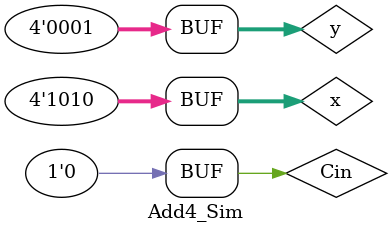
<source format=v>
`timescale 1ns / 1ps
module Add4_Sim(
    );
    reg [3:0] x;
    reg [3:0] y;
    reg Cin;
    wire [3:0] S;
    wire Cout;

    Add4 uut(x[3:0], y[3:0], Cin, S[3:0], Cout);
    initial begin
        Cin = 0;
        x[0] = 0; x[1] = 1; x[2] = 0; x[3] = 1;
        y[0] = 0; y[1] = 0; y[2] = 1; y[3] = 1; #200; // 10 + 12 in array form
        x = 2; y = 3; #200;
        x = 4; y = 7; #200;
        x = 10; y = 6; #200;
        x = 5; y = 9; #200;
        x = 10; y = 1; #200;
    end
endmodule
</source>
